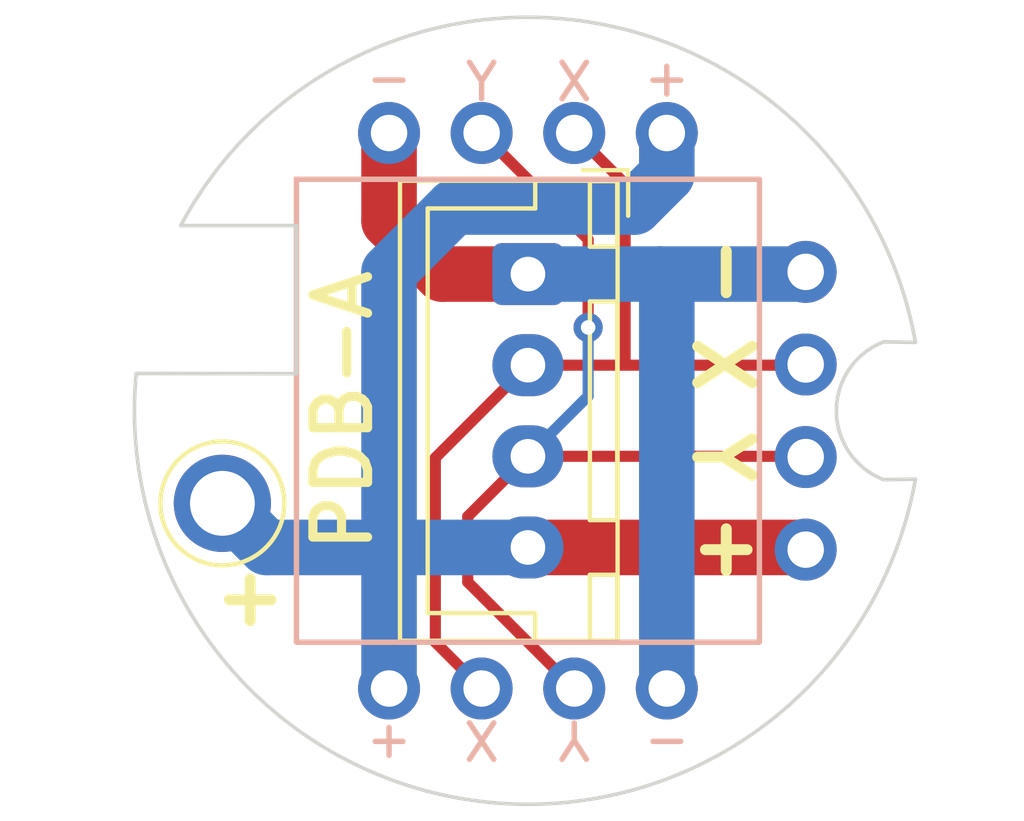
<source format=kicad_pcb>
(kicad_pcb (version 20211014) (generator pcbnew)
  (layers (0 "F.Cu" signal) (31 "B.Cu" signal) (34 "B.Paste" user) (35 "F.Paste" user) (36 "B.SilkS" user "B.Silkscreen") (37 "F.SilkS" user "F.Silkscreen") (38 "B.Mask" user) (39 "F.Mask" user) (44 "Edge.Cuts" user))
  (net 0 "")
  (net 1 "/GND")
  (net 2 "/VCC")
  (net 3 "Net-(J2-Pad2)")
  (net 4 "Net-(J2-Pad3)")
  (footprint "Connector_JST:JST_XH_B4B-XH-A_1x04_P2.50mm_Vertical" (layer "F.Cu") (at 127 123.25 -90)
    (fp_text reference "J2" hide)
    (fp_text value "JST XH4")
    (fp_line (start 10.05 -2.45) (end 8.25 -2.45) (layer "F.SilkS") (width 0.12))
    (fp_line (start 0.75 -1.7) (end 6.75 -1.7) (layer "F.SilkS") (width 0.12))
    (fp_line (start -0.75 -2.45) (end -2.55 -2.45) (layer "F.SilkS") (width 0.12))
    (fp_line (start 9.3 2.75) (end 3.75 2.75) (layer "F.SilkS") (width 0.12))
    (fp_line (start -2.56 -2.46) (end -2.56 3.51) (layer "F.SilkS") (width 0.12))
    (fp_line (start 6.75 -2.45) (end 0.75 -2.45) (layer "F.SilkS") (width 0.12))
    (fp_line (start -2.55 -1.7) (end -0.75 -1.7) (layer "F.SilkS") (width 0.12))
    (fp_line (start -2.85 -2.75) (end -2.85 -1.5) (layer "F.SilkS") (width 0.12))
    (fp_line (start -1.6 -2.75) (end -2.85 -2.75) (layer "F.SilkS") (width 0.12))
    (fp_line (start -1.8 2.75) (end 3.75 2.75) (layer "F.SilkS") (width 0.12))
    (fp_line (start -2.55 -2.45) (end -2.55 -1.7) (layer "F.SilkS") (width 0.12))
    (fp_line (start 10.06 3.51) (end 10.06 -2.46) (layer "F.SilkS") (width 0.12))
    (fp_line (start -2.55 -0.2) (end -1.8 -0.2) (layer "F.SilkS") (width 0.12))
    (fp_line (start 0.75 -2.45) (end 0.75 -1.7) (layer "F.SilkS") (width 0.12))
    (fp_line (start 10.05 -0.2) (end 9.3 -0.2) (layer "F.SilkS") (width 0.12))
    (fp_line (start -2.56 3.51) (end 10.06 3.51) (layer "F.SilkS") (width 0.12))
    (fp_line (start -1.8 -0.2) (end -1.8 2.75) (layer "F.SilkS") (width 0.12))
    (fp_line (start 10.06 -2.46) (end -2.56 -2.46) (layer "F.SilkS") (width 0.12))
    (fp_line (start 9.3 -0.2) (end 9.3 2.75) (layer "F.SilkS") (width 0.12))
    (fp_line (start 6.75 -1.7) (end 6.75 -2.45) (layer "F.SilkS") (width 0.12))
    (fp_line (start 10.05 -1.7) (end 10.05 -2.45) (layer "F.SilkS") (width 0.12))
    (fp_line (start 8.25 -2.45) (end 8.25 -1.7) (layer "F.SilkS") (width 0.12))
    (fp_line (start -0.75 -1.7) (end -0.75 -2.45) (layer "F.SilkS") (width 0.12))
    (fp_line (start 8.25 -1.7) (end 10.05 -1.7) (layer "F.SilkS") (width 0.12))
    (pad "1" thru_hole roundrect (at 0 0 270) (size 1.7 1.95) (drill 0.95) (layers *.Cu *.Mask) (roundrect_rratio 0.1470588235) (net 1 "/GND"))
    (pad "2" thru_hole oval (at 2.5 0 270) (size 1.7 1.95) (drill 0.95) (layers *.Cu *.Mask) (net 3 "Net-(J2-Pad2)"))
    (pad "3" thru_hole oval (at 5 0 270) (size 1.7 1.95) (drill 0.95) (layers *.Cu *.Mask) (net 4 "Net-(J2-Pad3)"))
    (pad "4" thru_hole oval (at 7.5 0 270) (size 1.7 1.95) (drill 0.95) (layers *.Cu *.Mask) (net 2 "/VCC"))
  )
  (footprint "TestPoint:TestPoint_Plated_Hole_D2.0mm" (layer "F.Cu") (at 118.618 129.54)
    (fp_text reference "J1" hide)
    (fp_text value "Wire sodler pad")
    (fp_circle (center 0 0) (end 0 -1.7) (layer "F.SilkS") (width 0.12) (fill none))
    (pad "1" thru_hole circle (at 0 0) (size 2.667 2.667) (drill 1.778) (layers *.Cu *.Mask) (net 2 "/VCC"))
  )
  (footprint "Shurik:connector-4p-generic-nosilk" (layer "F.Cu") (at 134.62 123.19)
    (fp_text reference "J3" hide)
    (fp_text value "Controller conn")
    (pad "1" thru_hole circle (at 0 0) (size 1.7 1.7) (drill 1) (layers *.Cu *.Mask) (net 1 "/GND"))
    (pad "2" thru_hole oval (at 0 2.54) (size 1.7 1.7) (drill 1) (layers *.Cu *.Mask) (net 3 "Net-(J2-Pad2)"))
    (pad "3" thru_hole oval (at 0 5.08) (size 1.7 1.7) (drill 1) (layers *.Cu *.Mask) (net 4 "Net-(J2-Pad3)"))
    (pad "4" thru_hole oval (at 0 7.62) (size 1.7 1.7) (drill 1) (layers *.Cu *.Mask) (net 2 "/VCC"))
  )
  (footprint "Shurik:connector-4p-generic-nosilk" (layer "F.Cu") (at 123.19 134.62 90)
    (fp_text reference "J5" hide)
    (fp_text value "LED conn")
    (pad "1" thru_hole circle (at 0 0 90) (size 1.7 1.7) (drill 1) (layers *.Cu *.Mask) (net 2 "/VCC"))
    (pad "2" thru_hole oval (at 0 2.54 90) (size 1.7 1.7) (drill 1) (layers *.Cu *.Mask) (net 3 "Net-(J2-Pad2)"))
    (pad "3" thru_hole oval (at 0 5.08 90) (size 1.7 1.7) (drill 1) (layers *.Cu *.Mask) (net 4 "Net-(J2-Pad3)"))
    (pad "4" thru_hole oval (at 0 7.62 90) (size 1.7 1.7) (drill 1) (layers *.Cu *.Mask) (net 1 "/GND"))
  )
  (footprint "Shurik:connector-4p-generic-nosilk" (layer "F.Cu") (at 130.81 119.38 -90)
    (fp_text reference "J4" hide)
    (fp_text value "LED conn")
    (pad "1" thru_hole circle (at 0 0 270) (size 1.7 1.7) (drill 1) (layers *.Cu *.Mask) (net 2 "/VCC"))
    (pad "2" thru_hole oval (at 0 2.54 270) (size 1.7 1.7) (drill 1) (layers *.Cu *.Mask) (net 3 "Net-(J2-Pad2)"))
    (pad "3" thru_hole oval (at 0 5.08 270) (size 1.7 1.7) (drill 1) (layers *.Cu *.Mask) (net 4 "Net-(J2-Pad3)"))
    (pad "4" thru_hole oval (at 0 7.62 270) (size 1.7 1.7) (drill 1) (layers *.Cu *.Mask) (net 1 "/GND"))
  )
  (gr_rect (start 120.65 120.65) (end 133.35 133.35) (layer "B.SilkS") (width 0.15) (fill none))
  (gr_line (start 137.63074 125.123987) (end 136.76037 125.109493) (layer "Edge.Cuts") (width 0.1))
  (gr_line (start 120.65 121.92) (end 117.475 121.92) (layer "Edge.Cuts") (width 0.1))
  (gr_arc (start 136.76037 128.890494) (mid 135.462276 126.999993) (end 136.76037 125.109493) (layer "Edge.Cuts") (width 0.1))
  (gr_arc (start 137.630741 128.875988) (mid 133.938498 135.27013) (end 127 137.795) (layer "Edge.Cuts") (width 0.1))
  (gr_line (start 137.630741 128.875988) (end 136.76037 128.890494) (layer "Edge.Cuts") (width 0.1))
  (gr_line (start 120.65 121.92) (end 120.65 125.984) (layer "Edge.Cuts") (width 0.1))
  (gr_arc (start 127 137.795) (mid 119.013129 134.262356) (end 116.253626 125.976536) (layer "Edge.Cuts") (width 0.1))
  (gr_line (start 120.65 125.984) (end 116.253626 125.976536) (layer "Edge.Cuts") (width 0.1))
  (gr_arc (start 127 116.205) (mid 133.93832 118.730063) (end 137.63074 125.123987) (layer "Edge.Cuts") (width 0.1))
  (gr_arc (start 117.475 121.92) (mid 121.446017 117.743361) (end 127 116.205) (layer "Edge.Cuts") (width 0.1))
  (gr_text "Y" (at 125.73 117.983) (layer "B.SilkS") (effects (font (size 1 1)) (justify mirror)))
  (gr_text "+" (at 123.19 136.144 180) (layer "B.SilkS") (effects (font (size 1 1)) (justify mirror)))
  (gr_text "+" (at 130.81 117.856) (layer "B.SilkS") (effects (font (size 1 1)) (justify mirror)))
  (gr_text "-" (at 123.19 117.856) (layer "B.SilkS") (effects (font (size 1 1)) (justify mirror)))
  (gr_text "X" (at 128.27 117.983) (layer "B.SilkS") (effects (font (size 1 1)) (justify mirror)))
  (gr_text "Y" (at 128.27 136.017 180) (layer "B.SilkS") (effects (font (size 1 1)) (justify mirror)))
  (gr_text "-" (at 130.81 136.144 180) (layer "B.SilkS") (effects (font (size 1 1)) (justify mirror)))
  (gr_text "X" (at 125.73 136.017 180) (layer "B.SilkS") (effects (font (size 1 1)) (justify mirror)))
  (gr_text "X" (at 132.334 125.73 270) (layer "F.SilkS") (effects (font (size 1.5 1.5) (thickness 0.3)) (justify mirror)))
  (gr_text "Y" (at 132.334 128.27 270) (layer "F.SilkS") (effects (font (size 1.5 1.5) (thickness 0.3)) (justify mirror)))
  (gr_text "PDB-A" (at 121.92 127 90) (layer "F.SilkS") (effects (font (size 1.5 1.5) (thickness 0.25))))
  (gr_text "+" (at 119.38 132.08) (layer "F.SilkS") (effects (font (size 1.5 1.5) (thickness 0.3)) (justify mirror)))
  (gr_text "-" (at 132.334 123.19 90) (layer "F.SilkS") (effects (font (size 1.5 1.5) (thickness 0.3)) (justify mirror)))
  (gr_text "+" (at 132.334 130.81 90) (layer "F.SilkS") (effects (font (size 1.5 1.5) (thickness 0.3)) (justify mirror)))
  (segment (start 127 123.25) (end 124.647 123.25) (width 1.524) (layer "F.Cu") (net 1))
  (segment (start 124.647 123.25) (end 123.19 121.793) (width 1.524) (layer "F.Cu") (net 1))
  (segment (start 123.19 121.793) (end 123.19 119.38) (width 1.524) (layer "F.Cu") (net 1))
  (segment (start 130.81 134.62) (end 130.81 123.444) (width 1.524) (layer "B.Cu") (net 1))
  (segment (start 127 123.25) (end 130.616 123.25) (width 1.524) (layer "B.Cu") (net 1))
  (segment (start 130.616 123.25) (end 134.56 123.25) (width 1.524) (layer "B.Cu") (net 1))
  (segment (start 130.81 123.444) (end 130.616 123.25) (width 1.524) (layer "B.Cu") (net 1))
  (segment (start 127 130.75) (end 134.56 130.75) (width 1.524) (layer "F.Cu") (net 2))
  (segment (start 134.56 130.75) (end 134.62 130.81) (width 1.524) (layer "F.Cu") (net 2))
  (segment (start 119.828 130.75) (end 127 130.75) (width 1.524) (layer "B.Cu") (net 2))
  (segment (start 130.81 119.38) (end 130.81 120.523) (width 1.524) (layer "B.Cu") (net 2))
  (segment (start 123.19 134.62) (end 123.19 131.191) (width 1.524) (layer "B.Cu") (net 2))
  (segment (start 129.921 121.412) (end 124.968 121.412) (width 1.524) (layer "B.Cu") (net 2))
  (segment (start 118.618 129.54) (end 119.828 130.75) (width 1.524) (layer "B.Cu") (net 2))
  (segment (start 123.19 123.19) (end 123.19 131.191) (width 1.524) (layer "B.Cu") (net 2))
  (segment (start 130.81 120.523) (end 129.921 121.412) (width 1.524) (layer "B.Cu") (net 2))
  (segment (start 124.968 121.412) (end 123.19 123.19) (width 1.524) (layer "B.Cu") (net 2))
  (segment (start 128.27 119.38) (end 129.667 120.777) (width 0.3048) (layer "F.Cu") (net 3))
  (segment (start 127 125.75) (end 134.6 125.75) (width 0.3048) (layer "F.Cu") (net 3))
  (segment (start 125.73 134.62) (end 124.46 133.35) (width 0.3048) (layer "F.Cu") (net 3))
  (segment (start 129.667 120.777) (end 129.667 125.73) (width 0.3048) (layer "F.Cu") (net 3))
  (segment (start 124.46 128.29) (end 127 125.75) (width 0.3048) (layer "F.Cu") (net 3))
  (segment (start 124.46 133.35) (end 124.46 128.29) (width 0.3048) (layer "F.Cu") (net 3))
  (segment (start 125.349 129.901) (end 127 128.25) (width 0.3048) (layer "F.Cu") (net 4))
  (segment (start 125.73 119.38) (end 128.651 122.301) (width 0.3048) (layer "F.Cu") (net 4))
  (segment (start 128.651 122.301) (end 128.651 124.714) (width 0.3048) (layer "F.Cu") (net 4))
  (segment (start 125.349 131.699) (end 125.349 129.901) (width 0.3048) (layer "F.Cu") (net 4))
  (segment (start 127 128.25) (end 134.6 128.25) (width 0.3048) (layer "F.Cu") (net 4))
  (segment (start 128.27 134.62) (end 125.349 131.699) (width 0.3048) (layer "F.Cu") (net 4))
  (via (at 128.651 124.714) (size 0.8) (drill 0.4) (layers "F.Cu" "B.Cu") (net 4))
  (segment (start 128.651 124.714) (end 128.651 126.599) (width 0.3048) (layer "B.Cu") (net 4))
  (segment (start 128.651 126.599) (end 127 128.25) (width 0.3048) (layer "B.Cu") (net 4))
)
</source>
